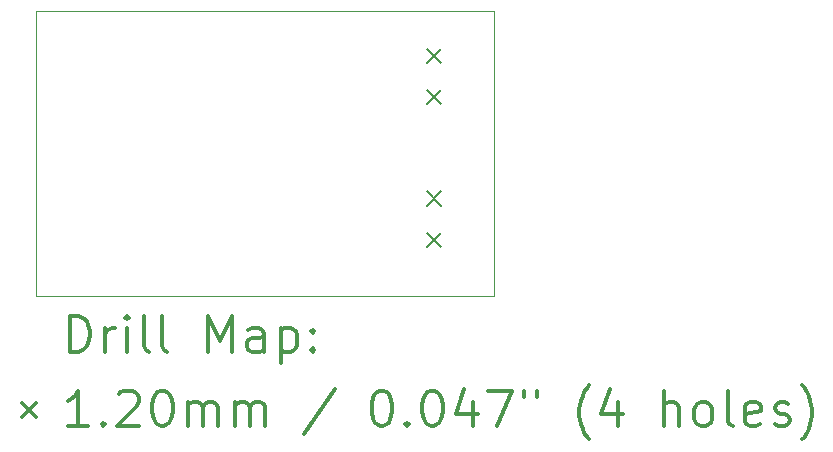
<source format=gbr>
%FSLAX45Y45*%
G04 Gerber Fmt 4.5, Leading zero omitted, Abs format (unit mm)*
G04 Created by KiCad (PCBNEW (5.1.5)-3) date 2022-12-25 19:53:28*
%MOMM*%
%LPD*%
G04 APERTURE LIST*
%TA.AperFunction,Profile*%
%ADD10C,0.100000*%
%TD*%
%ADD11C,0.200000*%
%ADD12C,0.300000*%
G04 APERTURE END LIST*
D10*
X6667500Y-8763000D02*
X10541000Y-8763000D01*
X10541000Y-8763000D02*
X10541000Y-11176000D01*
X6667500Y-11176000D02*
X6667500Y-8763000D01*
X10541000Y-11176000D02*
X6667500Y-11176000D01*
D11*
X9973000Y-9084000D02*
X10093000Y-9204000D01*
X10093000Y-9084000D02*
X9973000Y-9204000D01*
X9973000Y-9434000D02*
X10093000Y-9554000D01*
X10093000Y-9434000D02*
X9973000Y-9554000D01*
X9973000Y-10290500D02*
X10093000Y-10410500D01*
X10093000Y-10290500D02*
X9973000Y-10410500D01*
X9973000Y-10640500D02*
X10093000Y-10760500D01*
X10093000Y-10640500D02*
X9973000Y-10760500D01*
D12*
X6948928Y-11646714D02*
X6948928Y-11346714D01*
X7020357Y-11346714D01*
X7063214Y-11361000D01*
X7091786Y-11389571D01*
X7106071Y-11418143D01*
X7120357Y-11475286D01*
X7120357Y-11518143D01*
X7106071Y-11575286D01*
X7091786Y-11603857D01*
X7063214Y-11632429D01*
X7020357Y-11646714D01*
X6948928Y-11646714D01*
X7248928Y-11646714D02*
X7248928Y-11446714D01*
X7248928Y-11503857D02*
X7263214Y-11475286D01*
X7277500Y-11461000D01*
X7306071Y-11446714D01*
X7334643Y-11446714D01*
X7434643Y-11646714D02*
X7434643Y-11446714D01*
X7434643Y-11346714D02*
X7420357Y-11361000D01*
X7434643Y-11375286D01*
X7448928Y-11361000D01*
X7434643Y-11346714D01*
X7434643Y-11375286D01*
X7620357Y-11646714D02*
X7591786Y-11632429D01*
X7577500Y-11603857D01*
X7577500Y-11346714D01*
X7777500Y-11646714D02*
X7748928Y-11632429D01*
X7734643Y-11603857D01*
X7734643Y-11346714D01*
X8120357Y-11646714D02*
X8120357Y-11346714D01*
X8220357Y-11561000D01*
X8320357Y-11346714D01*
X8320357Y-11646714D01*
X8591786Y-11646714D02*
X8591786Y-11489571D01*
X8577500Y-11461000D01*
X8548928Y-11446714D01*
X8491786Y-11446714D01*
X8463214Y-11461000D01*
X8591786Y-11632429D02*
X8563214Y-11646714D01*
X8491786Y-11646714D01*
X8463214Y-11632429D01*
X8448928Y-11603857D01*
X8448928Y-11575286D01*
X8463214Y-11546714D01*
X8491786Y-11532429D01*
X8563214Y-11532429D01*
X8591786Y-11518143D01*
X8734643Y-11446714D02*
X8734643Y-11746714D01*
X8734643Y-11461000D02*
X8763214Y-11446714D01*
X8820357Y-11446714D01*
X8848928Y-11461000D01*
X8863214Y-11475286D01*
X8877500Y-11503857D01*
X8877500Y-11589571D01*
X8863214Y-11618143D01*
X8848928Y-11632429D01*
X8820357Y-11646714D01*
X8763214Y-11646714D01*
X8734643Y-11632429D01*
X9006071Y-11618143D02*
X9020357Y-11632429D01*
X9006071Y-11646714D01*
X8991786Y-11632429D01*
X9006071Y-11618143D01*
X9006071Y-11646714D01*
X9006071Y-11461000D02*
X9020357Y-11475286D01*
X9006071Y-11489571D01*
X8991786Y-11475286D01*
X9006071Y-11461000D01*
X9006071Y-11489571D01*
X6542500Y-12081000D02*
X6662500Y-12201000D01*
X6662500Y-12081000D02*
X6542500Y-12201000D01*
X7106071Y-12276714D02*
X6934643Y-12276714D01*
X7020357Y-12276714D02*
X7020357Y-11976714D01*
X6991786Y-12019571D01*
X6963214Y-12048143D01*
X6934643Y-12062429D01*
X7234643Y-12248143D02*
X7248928Y-12262429D01*
X7234643Y-12276714D01*
X7220357Y-12262429D01*
X7234643Y-12248143D01*
X7234643Y-12276714D01*
X7363214Y-12005286D02*
X7377500Y-11991000D01*
X7406071Y-11976714D01*
X7477500Y-11976714D01*
X7506071Y-11991000D01*
X7520357Y-12005286D01*
X7534643Y-12033857D01*
X7534643Y-12062429D01*
X7520357Y-12105286D01*
X7348928Y-12276714D01*
X7534643Y-12276714D01*
X7720357Y-11976714D02*
X7748928Y-11976714D01*
X7777500Y-11991000D01*
X7791786Y-12005286D01*
X7806071Y-12033857D01*
X7820357Y-12091000D01*
X7820357Y-12162429D01*
X7806071Y-12219571D01*
X7791786Y-12248143D01*
X7777500Y-12262429D01*
X7748928Y-12276714D01*
X7720357Y-12276714D01*
X7691786Y-12262429D01*
X7677500Y-12248143D01*
X7663214Y-12219571D01*
X7648928Y-12162429D01*
X7648928Y-12091000D01*
X7663214Y-12033857D01*
X7677500Y-12005286D01*
X7691786Y-11991000D01*
X7720357Y-11976714D01*
X7948928Y-12276714D02*
X7948928Y-12076714D01*
X7948928Y-12105286D02*
X7963214Y-12091000D01*
X7991786Y-12076714D01*
X8034643Y-12076714D01*
X8063214Y-12091000D01*
X8077500Y-12119571D01*
X8077500Y-12276714D01*
X8077500Y-12119571D02*
X8091786Y-12091000D01*
X8120357Y-12076714D01*
X8163214Y-12076714D01*
X8191786Y-12091000D01*
X8206071Y-12119571D01*
X8206071Y-12276714D01*
X8348928Y-12276714D02*
X8348928Y-12076714D01*
X8348928Y-12105286D02*
X8363214Y-12091000D01*
X8391786Y-12076714D01*
X8434643Y-12076714D01*
X8463214Y-12091000D01*
X8477500Y-12119571D01*
X8477500Y-12276714D01*
X8477500Y-12119571D02*
X8491786Y-12091000D01*
X8520357Y-12076714D01*
X8563214Y-12076714D01*
X8591786Y-12091000D01*
X8606071Y-12119571D01*
X8606071Y-12276714D01*
X9191786Y-11962429D02*
X8934643Y-12348143D01*
X9577500Y-11976714D02*
X9606071Y-11976714D01*
X9634643Y-11991000D01*
X9648928Y-12005286D01*
X9663214Y-12033857D01*
X9677500Y-12091000D01*
X9677500Y-12162429D01*
X9663214Y-12219571D01*
X9648928Y-12248143D01*
X9634643Y-12262429D01*
X9606071Y-12276714D01*
X9577500Y-12276714D01*
X9548928Y-12262429D01*
X9534643Y-12248143D01*
X9520357Y-12219571D01*
X9506071Y-12162429D01*
X9506071Y-12091000D01*
X9520357Y-12033857D01*
X9534643Y-12005286D01*
X9548928Y-11991000D01*
X9577500Y-11976714D01*
X9806071Y-12248143D02*
X9820357Y-12262429D01*
X9806071Y-12276714D01*
X9791786Y-12262429D01*
X9806071Y-12248143D01*
X9806071Y-12276714D01*
X10006071Y-11976714D02*
X10034643Y-11976714D01*
X10063214Y-11991000D01*
X10077500Y-12005286D01*
X10091786Y-12033857D01*
X10106071Y-12091000D01*
X10106071Y-12162429D01*
X10091786Y-12219571D01*
X10077500Y-12248143D01*
X10063214Y-12262429D01*
X10034643Y-12276714D01*
X10006071Y-12276714D01*
X9977500Y-12262429D01*
X9963214Y-12248143D01*
X9948928Y-12219571D01*
X9934643Y-12162429D01*
X9934643Y-12091000D01*
X9948928Y-12033857D01*
X9963214Y-12005286D01*
X9977500Y-11991000D01*
X10006071Y-11976714D01*
X10363214Y-12076714D02*
X10363214Y-12276714D01*
X10291786Y-11962429D02*
X10220357Y-12176714D01*
X10406071Y-12176714D01*
X10491786Y-11976714D02*
X10691786Y-11976714D01*
X10563214Y-12276714D01*
X10791786Y-11976714D02*
X10791786Y-12033857D01*
X10906071Y-11976714D02*
X10906071Y-12033857D01*
X11348928Y-12391000D02*
X11334643Y-12376714D01*
X11306071Y-12333857D01*
X11291786Y-12305286D01*
X11277500Y-12262429D01*
X11263214Y-12191000D01*
X11263214Y-12133857D01*
X11277500Y-12062429D01*
X11291786Y-12019571D01*
X11306071Y-11991000D01*
X11334643Y-11948143D01*
X11348928Y-11933857D01*
X11591786Y-12076714D02*
X11591786Y-12276714D01*
X11520357Y-11962429D02*
X11448928Y-12176714D01*
X11634643Y-12176714D01*
X11977500Y-12276714D02*
X11977500Y-11976714D01*
X12106071Y-12276714D02*
X12106071Y-12119571D01*
X12091786Y-12091000D01*
X12063214Y-12076714D01*
X12020357Y-12076714D01*
X11991786Y-12091000D01*
X11977500Y-12105286D01*
X12291786Y-12276714D02*
X12263214Y-12262429D01*
X12248928Y-12248143D01*
X12234643Y-12219571D01*
X12234643Y-12133857D01*
X12248928Y-12105286D01*
X12263214Y-12091000D01*
X12291786Y-12076714D01*
X12334643Y-12076714D01*
X12363214Y-12091000D01*
X12377500Y-12105286D01*
X12391786Y-12133857D01*
X12391786Y-12219571D01*
X12377500Y-12248143D01*
X12363214Y-12262429D01*
X12334643Y-12276714D01*
X12291786Y-12276714D01*
X12563214Y-12276714D02*
X12534643Y-12262429D01*
X12520357Y-12233857D01*
X12520357Y-11976714D01*
X12791786Y-12262429D02*
X12763214Y-12276714D01*
X12706071Y-12276714D01*
X12677500Y-12262429D01*
X12663214Y-12233857D01*
X12663214Y-12119571D01*
X12677500Y-12091000D01*
X12706071Y-12076714D01*
X12763214Y-12076714D01*
X12791786Y-12091000D01*
X12806071Y-12119571D01*
X12806071Y-12148143D01*
X12663214Y-12176714D01*
X12920357Y-12262429D02*
X12948928Y-12276714D01*
X13006071Y-12276714D01*
X13034643Y-12262429D01*
X13048928Y-12233857D01*
X13048928Y-12219571D01*
X13034643Y-12191000D01*
X13006071Y-12176714D01*
X12963214Y-12176714D01*
X12934643Y-12162429D01*
X12920357Y-12133857D01*
X12920357Y-12119571D01*
X12934643Y-12091000D01*
X12963214Y-12076714D01*
X13006071Y-12076714D01*
X13034643Y-12091000D01*
X13148928Y-12391000D02*
X13163214Y-12376714D01*
X13191786Y-12333857D01*
X13206071Y-12305286D01*
X13220357Y-12262429D01*
X13234643Y-12191000D01*
X13234643Y-12133857D01*
X13220357Y-12062429D01*
X13206071Y-12019571D01*
X13191786Y-11991000D01*
X13163214Y-11948143D01*
X13148928Y-11933857D01*
M02*

</source>
